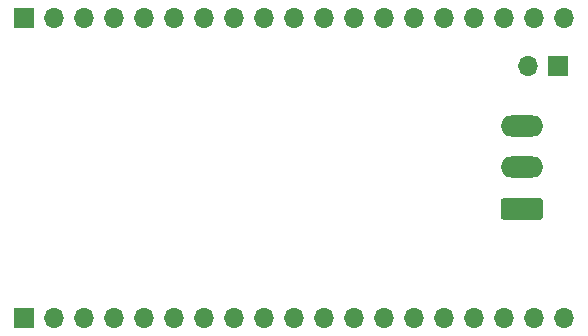
<source format=gbs>
G04 #@! TF.GenerationSoftware,KiCad,Pcbnew,(6.99.0-2815-gbbc0c61ccb)*
G04 #@! TF.CreationDate,2023-01-22T02:42:31+07:00*
G04 #@! TF.ProjectId,ESP32-MODBUS-RS485-SHIELD,45535033-322d-44d4-9f44-4255532d5253,rev?*
G04 #@! TF.SameCoordinates,Original*
G04 #@! TF.FileFunction,Soldermask,Bot*
G04 #@! TF.FilePolarity,Negative*
%FSLAX46Y46*%
G04 Gerber Fmt 4.6, Leading zero omitted, Abs format (unit mm)*
G04 Created by KiCad (PCBNEW (6.99.0-2815-gbbc0c61ccb)) date 2023-01-22 02:42:31*
%MOMM*%
%LPD*%
G01*
G04 APERTURE LIST*
G04 Aperture macros list*
%AMRoundRect*
0 Rectangle with rounded corners*
0 $1 Rounding radius*
0 $2 $3 $4 $5 $6 $7 $8 $9 X,Y pos of 4 corners*
0 Add a 4 corners polygon primitive as box body*
4,1,4,$2,$3,$4,$5,$6,$7,$8,$9,$2,$3,0*
0 Add four circle primitives for the rounded corners*
1,1,$1+$1,$2,$3*
1,1,$1+$1,$4,$5*
1,1,$1+$1,$6,$7*
1,1,$1+$1,$8,$9*
0 Add four rect primitives between the rounded corners*
20,1,$1+$1,$2,$3,$4,$5,0*
20,1,$1+$1,$4,$5,$6,$7,0*
20,1,$1+$1,$6,$7,$8,$9,0*
20,1,$1+$1,$8,$9,$2,$3,0*%
G04 Aperture macros list end*
%ADD10RoundRect,0.250000X1.550000X-0.650000X1.550000X0.650000X-1.550000X0.650000X-1.550000X-0.650000X0*%
%ADD11O,3.600000X1.800000*%
%ADD12R,1.700000X1.700000*%
%ADD13O,1.700000X1.700000*%
G04 APERTURE END LIST*
D10*
X163667500Y-97670000D03*
D11*
X163667499Y-94169999D03*
X163667499Y-90669999D03*
D12*
X121489999Y-106924999D03*
D13*
X124029999Y-106924999D03*
X126569999Y-106924999D03*
X129109999Y-106924999D03*
X131649999Y-106924999D03*
X134189999Y-106924999D03*
X136729999Y-106924999D03*
X139269999Y-106924999D03*
X141809999Y-106924999D03*
X144349999Y-106924999D03*
X146889999Y-106924999D03*
X149429999Y-106924999D03*
X151969999Y-106924999D03*
X154509999Y-106924999D03*
X157049999Y-106924999D03*
X159589999Y-106924999D03*
X162129999Y-106924999D03*
X164669999Y-106924999D03*
X167209999Y-106924999D03*
D12*
X166674999Y-85599999D03*
D13*
X164134999Y-85599999D03*
D12*
X121499999Y-81499999D03*
D13*
X124039999Y-81499999D03*
X126579999Y-81499999D03*
X129119999Y-81499999D03*
X131659999Y-81499999D03*
X134199999Y-81499999D03*
X136739999Y-81499999D03*
X139279999Y-81499999D03*
X141819999Y-81499999D03*
X144359999Y-81499999D03*
X146899999Y-81499999D03*
X149439999Y-81499999D03*
X151979999Y-81499999D03*
X154519999Y-81499999D03*
X157059999Y-81499999D03*
X159599999Y-81499999D03*
X162139999Y-81499999D03*
X164679999Y-81499999D03*
X167219999Y-81499999D03*
M02*

</source>
